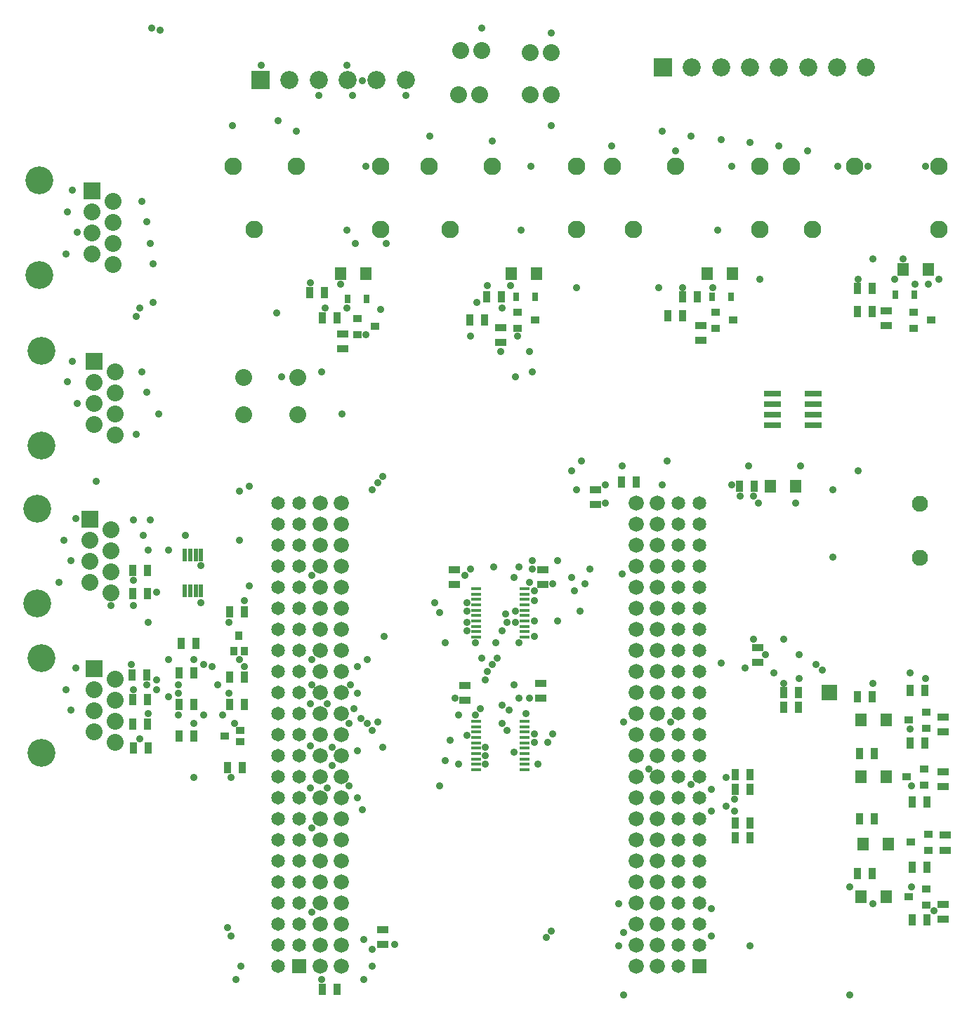
<source format=gts>
G75*
G70*
%OFA0B0*%
%FSLAX24Y24*%
%IPPOS*%
%LPD*%
%AMOC8*
5,1,8,0,0,1.08239X$1,22.5*
%
%ADD10C,0.0720*%
%ADD11R,0.0860X0.0860*%
%ADD12C,0.0860*%
%ADD13C,0.0800*%
%ADD14C,0.0760*%
%ADD15R,0.0800X0.0800*%
%ADD16C,0.1320*%
%ADD17C,0.0828*%
%ADD18R,0.0217X0.0591*%
%ADD19R,0.0375X0.0532*%
%ADD20R,0.0532X0.0375*%
%ADD21R,0.0308X0.0387*%
%ADD22R,0.0414X0.0375*%
%ADD23R,0.0532X0.0611*%
%ADD24R,0.0450X0.0180*%
%ADD25R,0.0769X0.0769*%
%ADD26R,0.0651X0.0651*%
%ADD27C,0.0651*%
%ADD28R,0.0840X0.0280*%
%ADD29R,0.0414X0.0336*%
%ADD30R,0.0336X0.0414*%
%ADD31C,0.0360*%
D10*
X017875Y007625D03*
X017875Y008625D03*
X017875Y009625D03*
X017875Y010625D03*
X017875Y011625D03*
X017875Y012625D03*
X017875Y013625D03*
X017875Y014625D03*
X017875Y015625D03*
X017875Y016625D03*
X017875Y017625D03*
X017875Y018625D03*
X017875Y019625D03*
X017875Y020625D03*
X017875Y021625D03*
X017875Y022625D03*
X017875Y023625D03*
X017875Y024625D03*
X017875Y025625D03*
X017875Y026625D03*
X017875Y027625D03*
X017875Y028625D03*
X017875Y029625D03*
X018875Y029625D03*
X018875Y028625D03*
X018875Y027625D03*
X018875Y026625D03*
X018875Y025625D03*
X018875Y024625D03*
X018875Y023625D03*
X018875Y022625D03*
X018875Y021625D03*
X018875Y020625D03*
X018875Y019625D03*
X018875Y018625D03*
X018875Y017625D03*
X018875Y016625D03*
X018875Y015625D03*
X018875Y014625D03*
X018875Y013625D03*
X018875Y012625D03*
X018875Y011625D03*
X018875Y010625D03*
X018875Y009625D03*
X018875Y008625D03*
X018875Y007625D03*
X032875Y007625D03*
X032875Y008625D03*
X032875Y009625D03*
X032875Y010625D03*
X032875Y011625D03*
X032875Y012625D03*
X032875Y013625D03*
X032875Y014625D03*
X032875Y015625D03*
X032875Y016625D03*
X032875Y017625D03*
X032875Y018625D03*
X032875Y019625D03*
X032875Y020625D03*
X032875Y021625D03*
X032875Y022625D03*
X032875Y023625D03*
X032875Y024625D03*
X032875Y025625D03*
X032875Y026625D03*
X032875Y027625D03*
X032875Y028625D03*
X032875Y029625D03*
X033875Y029625D03*
X033875Y028625D03*
X033875Y027625D03*
X033875Y026625D03*
X033875Y025625D03*
X033875Y024625D03*
X033875Y023625D03*
X033875Y022625D03*
X033875Y021625D03*
X033875Y020625D03*
X033875Y019625D03*
X033875Y018625D03*
X033875Y017625D03*
X033875Y016625D03*
X033875Y015625D03*
X033875Y014625D03*
X033875Y013625D03*
X033875Y012625D03*
X033875Y011625D03*
X033875Y010625D03*
X033875Y009625D03*
X033875Y008625D03*
X033875Y007625D03*
D11*
X015025Y049725D03*
X034125Y050325D03*
D12*
X035503Y050325D03*
X036881Y050325D03*
X038259Y050325D03*
X039637Y050325D03*
X041015Y050325D03*
X042393Y050325D03*
X043771Y050325D03*
X021915Y049725D03*
X020537Y049725D03*
X019159Y049725D03*
X017781Y049725D03*
X016403Y049725D03*
D13*
X024425Y049025D03*
X025425Y049025D03*
X025525Y051125D03*
X024525Y051125D03*
X027825Y051025D03*
X028825Y051025D03*
X028825Y049025D03*
X027825Y049025D03*
X016805Y035615D03*
X016805Y033835D03*
X014245Y033835D03*
X014245Y035615D03*
X008125Y035875D03*
X008125Y034875D03*
X008125Y033875D03*
X008125Y032875D03*
X007125Y033375D03*
X007125Y034375D03*
X007125Y035375D03*
X008025Y040975D03*
X008025Y041975D03*
X008025Y042975D03*
X008025Y043975D03*
X007025Y043475D03*
X007025Y042475D03*
X007025Y041475D03*
X007925Y028375D03*
X007925Y027375D03*
X007925Y026375D03*
X007925Y025375D03*
X006925Y025875D03*
X006925Y026875D03*
X006925Y027875D03*
X008125Y021275D03*
X008125Y020275D03*
X008125Y019275D03*
X008125Y018275D03*
X007125Y018775D03*
X007125Y019775D03*
X007125Y020775D03*
D14*
X046325Y027045D03*
X046325Y029605D03*
D15*
X006925Y028875D03*
X007125Y021775D03*
X007125Y036375D03*
X007025Y044475D03*
D16*
X004525Y044975D03*
X004525Y040475D03*
X004625Y036875D03*
X004625Y032375D03*
X004425Y029375D03*
X004425Y024875D03*
X004625Y022275D03*
X004625Y017775D03*
D17*
X014725Y042625D03*
X013725Y045625D03*
X016725Y045625D03*
X020725Y045625D03*
X023025Y045625D03*
X026025Y045625D03*
X024025Y042625D03*
X020725Y042625D03*
X030025Y042625D03*
X032725Y042625D03*
X031725Y045625D03*
X030025Y045625D03*
X034725Y045625D03*
X038725Y045625D03*
X040225Y045625D03*
X043225Y045625D03*
X041225Y042625D03*
X038725Y042625D03*
X047225Y042625D03*
X047225Y045625D03*
D18*
X012209Y027181D03*
X011953Y027181D03*
X011697Y027181D03*
X011441Y027181D03*
X011441Y025469D03*
X011697Y025469D03*
X011953Y025469D03*
X012209Y025469D03*
D19*
X013551Y024475D03*
X014259Y024475D03*
X011959Y022975D03*
X011251Y022975D03*
X011151Y021575D03*
X011859Y021575D03*
X011859Y020075D03*
X011151Y020075D03*
X009679Y020305D03*
X008971Y020305D03*
X008961Y019145D03*
X009669Y019145D03*
X009689Y018005D03*
X008981Y018005D03*
X011151Y018575D03*
X011859Y018575D03*
X013451Y017075D03*
X014159Y017075D03*
X014259Y020075D03*
X013551Y020075D03*
X013551Y021375D03*
X014259Y021375D03*
X009639Y021485D03*
X008931Y021485D03*
X008971Y025325D03*
X009679Y025325D03*
X009679Y026425D03*
X008971Y026425D03*
X017971Y038425D03*
X018679Y038425D03*
X018079Y039625D03*
X017371Y039625D03*
X024971Y038325D03*
X025679Y038325D03*
X025771Y039425D03*
X026479Y039425D03*
X034371Y038525D03*
X035079Y038525D03*
X035071Y039425D03*
X035779Y039425D03*
X043371Y039825D03*
X044079Y039825D03*
X044079Y038725D03*
X043371Y038725D03*
X038479Y030425D03*
X037771Y030425D03*
X032879Y030625D03*
X032171Y030625D03*
X039871Y020625D03*
X040579Y020625D03*
X040579Y019925D03*
X039871Y019925D03*
X043371Y020425D03*
X044079Y020425D03*
X045871Y020725D03*
X046579Y020725D03*
X046579Y018225D03*
X045871Y018225D03*
X044179Y017725D03*
X043471Y017725D03*
X045971Y015425D03*
X046679Y015425D03*
X044179Y014625D03*
X043471Y014625D03*
X045971Y012325D03*
X046679Y012325D03*
X046679Y009825D03*
X045971Y009825D03*
X044079Y012025D03*
X043371Y012025D03*
X038279Y013725D03*
X038279Y014425D03*
X037571Y014425D03*
X037571Y013725D03*
X037571Y016025D03*
X037571Y016725D03*
X038279Y016725D03*
X038279Y016025D03*
X018679Y006525D03*
X017971Y006525D03*
D20*
X020825Y008671D03*
X020825Y009379D03*
X024725Y020271D03*
X024725Y020979D03*
X028325Y021079D03*
X028325Y020371D03*
X028425Y025771D03*
X028425Y026479D03*
X030925Y029571D03*
X030925Y030279D03*
X024225Y026479D03*
X024225Y025771D03*
X026425Y037271D03*
X026425Y037979D03*
X018925Y037679D03*
X018925Y036971D03*
X035925Y037371D03*
X035925Y038079D03*
X044725Y038071D03*
X044725Y038779D03*
X038625Y022779D03*
X038625Y022071D03*
X047425Y019479D03*
X047425Y018771D03*
X047425Y016879D03*
X047425Y016171D03*
X047525Y013859D03*
X047525Y013151D03*
X047425Y010579D03*
X047425Y009871D03*
D21*
X046078Y039525D03*
X045172Y039525D03*
X037378Y039425D03*
X036472Y039425D03*
X028078Y039425D03*
X027172Y039425D03*
X020078Y039325D03*
X019172Y039325D03*
D22*
X019631Y038399D03*
X019631Y037651D03*
X020458Y038025D03*
X027231Y037951D03*
X027231Y038699D03*
X028058Y038325D03*
X036631Y037951D03*
X036631Y038699D03*
X037458Y038325D03*
X046031Y037951D03*
X046031Y038699D03*
X046858Y038325D03*
X046619Y019699D03*
X046619Y018951D03*
X045792Y019325D03*
X046519Y016999D03*
X045692Y016625D03*
X046519Y016251D03*
X046719Y013899D03*
X046719Y013151D03*
X045892Y013525D03*
X046619Y011299D03*
X046619Y010551D03*
X045792Y010925D03*
D23*
X044716Y010925D03*
X043534Y010925D03*
X043634Y013425D03*
X044816Y013425D03*
X044716Y016625D03*
X043534Y016625D03*
X043534Y019325D03*
X044716Y019325D03*
X040416Y030425D03*
X039234Y030425D03*
X037416Y040525D03*
X036234Y040525D03*
X028116Y040525D03*
X026934Y040525D03*
X020016Y040525D03*
X018834Y040525D03*
X045534Y040725D03*
X046716Y040725D03*
D24*
X027574Y025577D03*
X027574Y025321D03*
X027574Y025065D03*
X027574Y024809D03*
X027574Y024553D03*
X027574Y024297D03*
X027574Y024041D03*
X027574Y023785D03*
X027574Y023529D03*
X027574Y023273D03*
X025276Y023273D03*
X025276Y023529D03*
X025276Y023785D03*
X025276Y024041D03*
X025276Y024297D03*
X025276Y024553D03*
X025276Y024809D03*
X025276Y025065D03*
X025276Y025321D03*
X025276Y025577D03*
X025276Y019277D03*
X025276Y019021D03*
X025276Y018765D03*
X025276Y018509D03*
X025276Y018253D03*
X025276Y017997D03*
X025276Y017741D03*
X025276Y017485D03*
X025276Y017229D03*
X025276Y016973D03*
X027574Y016973D03*
X027574Y017229D03*
X027574Y017485D03*
X027574Y017741D03*
X027574Y017997D03*
X027574Y018253D03*
X027574Y018509D03*
X027574Y018765D03*
X027574Y019021D03*
X027574Y019277D03*
D25*
X042025Y020625D03*
D26*
X035875Y007625D03*
X016875Y007625D03*
D27*
X016875Y008625D03*
X016875Y009625D03*
X016875Y010625D03*
X016875Y011625D03*
X016875Y012625D03*
X016875Y013625D03*
X016875Y014625D03*
X016875Y015625D03*
X016875Y016625D03*
X016875Y017625D03*
X016875Y018625D03*
X016875Y019625D03*
X016875Y020625D03*
X016875Y021625D03*
X016875Y022625D03*
X016875Y023625D03*
X016875Y024625D03*
X016875Y025625D03*
X016875Y026625D03*
X016875Y027625D03*
X016875Y028625D03*
X016875Y029625D03*
X015875Y029625D03*
X015875Y028625D03*
X015875Y027625D03*
X015875Y026625D03*
X015875Y025625D03*
X015875Y024625D03*
X015875Y023625D03*
X015875Y022625D03*
X015875Y021625D03*
X015875Y020625D03*
X015875Y019625D03*
X015875Y018625D03*
X015875Y017625D03*
X015875Y016625D03*
X015875Y015625D03*
X015875Y014625D03*
X015875Y013625D03*
X015875Y012625D03*
X015875Y011625D03*
X015875Y010625D03*
X015875Y009625D03*
X015875Y008625D03*
X015875Y007625D03*
X034875Y007625D03*
X034875Y008625D03*
X034875Y009625D03*
X034875Y010625D03*
X034875Y011625D03*
X034875Y012625D03*
X034875Y013625D03*
X034875Y014625D03*
X034875Y015625D03*
X034875Y016625D03*
X034875Y017625D03*
X034875Y018625D03*
X034875Y019625D03*
X034875Y020625D03*
X034875Y021625D03*
X034875Y022625D03*
X034875Y023625D03*
X034875Y024625D03*
X034875Y025625D03*
X034875Y026625D03*
X034875Y027625D03*
X034875Y028625D03*
X034875Y029625D03*
X035875Y029625D03*
X035875Y028625D03*
X035875Y027625D03*
X035875Y026625D03*
X035875Y025625D03*
X035875Y024625D03*
X035875Y023625D03*
X035875Y022625D03*
X035875Y021625D03*
X035875Y020625D03*
X035875Y019625D03*
X035875Y018625D03*
X035875Y017625D03*
X035875Y016625D03*
X035875Y015625D03*
X035875Y014625D03*
X035875Y013625D03*
X035875Y012625D03*
X035875Y011625D03*
X035875Y010625D03*
X035875Y009625D03*
X035875Y008625D03*
D28*
X039335Y033325D03*
X039335Y033825D03*
X039335Y034325D03*
X039335Y034825D03*
X041275Y034825D03*
X041275Y034325D03*
X041275Y033825D03*
X041275Y033325D03*
D29*
X014079Y018831D03*
X014079Y018319D03*
X013331Y018575D03*
D30*
X013749Y022601D03*
X014261Y022601D03*
X014005Y023349D03*
D31*
X013865Y006995D03*
X014105Y007635D03*
X013625Y009075D03*
X013465Y009475D03*
X017465Y010195D03*
X019945Y008915D03*
X020345Y008435D03*
X020345Y007635D03*
X019945Y006995D03*
X021385Y008675D03*
X017945Y006995D03*
X017465Y014195D03*
X017385Y016115D03*
X018185Y016115D03*
X019225Y016195D03*
X019625Y015635D03*
X019865Y015075D03*
X018425Y017155D03*
X018425Y018035D03*
X017385Y018115D03*
X017385Y020115D03*
X017465Y020995D03*
X018185Y020115D03*
X019465Y019875D03*
X019785Y019395D03*
X020105Y019155D03*
X020345Y018835D03*
X020585Y019235D03*
X020825Y018035D03*
X019625Y017875D03*
X019225Y019155D03*
X019625Y020595D03*
X019305Y020995D03*
X019625Y021875D03*
X020105Y022195D03*
X020905Y023315D03*
X023545Y024435D03*
X023305Y024915D03*
X024825Y024915D03*
X024825Y024515D03*
X024825Y023955D03*
X024825Y023555D03*
X025225Y022995D03*
X025545Y022275D03*
X026025Y021955D03*
X026265Y022275D03*
X026185Y022995D03*
X026505Y023555D03*
X026745Y023955D03*
X027145Y023955D03*
X027145Y024515D03*
X026665Y024355D03*
X028025Y024035D03*
X028025Y023315D03*
X027305Y022995D03*
X025785Y021635D03*
X025705Y021235D03*
X025465Y019875D03*
X025225Y019555D03*
X024425Y019555D03*
X024265Y020355D03*
X024825Y018595D03*
X024025Y018355D03*
X023785Y017395D03*
X024425Y017235D03*
X025705Y017235D03*
X025705Y017635D03*
X025705Y018035D03*
X026745Y018835D03*
X026505Y019155D03*
X026825Y019795D03*
X026505Y020035D03*
X027305Y020355D03*
X027785Y020355D03*
X027625Y019635D03*
X028025Y018675D03*
X028025Y018275D03*
X028665Y018275D03*
X028905Y018675D03*
X028185Y017235D03*
X027065Y017795D03*
X027065Y020995D03*
X029145Y024035D03*
X030185Y024515D03*
X029945Y025475D03*
X030425Y025795D03*
X029785Y026115D03*
X028905Y025795D03*
X028025Y025475D03*
X027785Y025875D03*
X027945Y026515D03*
X027945Y026915D03*
X027305Y026595D03*
X027065Y026115D03*
X026105Y026595D03*
X024985Y026515D03*
X024745Y026195D03*
X023785Y022995D03*
X028025Y024995D03*
X029145Y026915D03*
X030665Y026515D03*
X032185Y026275D03*
X031385Y029635D03*
X031385Y030515D03*
X032185Y031395D03*
X034105Y030515D03*
X034345Y031635D03*
X037385Y030515D03*
X037785Y029955D03*
X038425Y029955D03*
X038665Y029635D03*
X038185Y031395D03*
X040665Y031395D03*
X040425Y029635D03*
X042185Y030275D03*
X043385Y031155D03*
X042185Y027075D03*
X039865Y023155D03*
X040585Y022435D03*
X041385Y021955D03*
X041705Y021715D03*
X040585Y021315D03*
X039865Y021075D03*
X039385Y021555D03*
X038985Y022435D03*
X038425Y023155D03*
X038025Y021795D03*
X036905Y022035D03*
X034505Y019235D03*
X032265Y019235D03*
X033465Y016995D03*
X035465Y016275D03*
X036425Y016035D03*
X037145Y016595D03*
X037545Y015555D03*
X037145Y015235D03*
X037545Y014995D03*
X036425Y014995D03*
X036425Y010355D03*
X036425Y009075D03*
X038265Y008595D03*
X042985Y006275D03*
X046985Y010275D03*
X045945Y011395D03*
X044105Y010595D03*
X042985Y011395D03*
X045945Y016195D03*
X045865Y018915D03*
X044105Y021075D03*
X045865Y021555D03*
X046585Y021315D03*
X032265Y009235D03*
X032025Y008595D03*
X032025Y010595D03*
X028825Y009315D03*
X028585Y008995D03*
X032265Y006275D03*
X023545Y016195D03*
X017465Y022195D03*
X014265Y021875D03*
X014025Y022195D03*
X012745Y021875D03*
X012345Y021955D03*
X011865Y022195D03*
X010665Y022195D03*
X010105Y021235D03*
X010105Y020755D03*
X009625Y020995D03*
X008985Y020755D03*
X008905Y021955D03*
X010665Y020435D03*
X011145Y020595D03*
X011145Y020995D03*
X011145Y019555D03*
X011865Y019155D03*
X012345Y019555D03*
X013225Y019555D03*
X013785Y019155D03*
X013545Y020595D03*
X012985Y020995D03*
X013545Y023955D03*
X014265Y024995D03*
X014505Y025715D03*
X014025Y027875D03*
X012185Y026675D03*
X011465Y028115D03*
X010665Y027395D03*
X009705Y027395D03*
X009465Y028115D03*
X009785Y028835D03*
X008985Y028835D03*
X007225Y030675D03*
X006265Y028915D03*
X005705Y027875D03*
X006025Y026915D03*
X005465Y025875D03*
X007945Y024755D03*
X008985Y024755D03*
X009705Y023955D03*
X010105Y025395D03*
X008985Y025955D03*
X012185Y024915D03*
X017465Y026195D03*
X020345Y030275D03*
X020585Y030595D03*
X020825Y030915D03*
X018905Y033875D03*
X017945Y035875D03*
X016025Y035635D03*
X015785Y038675D03*
X017385Y040115D03*
X018105Y038915D03*
X019145Y038915D03*
X018825Y040035D03*
X019545Y041955D03*
X019145Y042595D03*
X020985Y041955D03*
X020745Y038835D03*
X020025Y037635D03*
X024985Y037555D03*
X026425Y036835D03*
X027225Y037555D03*
X027785Y036835D03*
X027945Y035875D03*
X027145Y035635D03*
X026505Y038915D03*
X026905Y039955D03*
X025785Y039955D03*
X025305Y039155D03*
X027385Y042595D03*
X027865Y045635D03*
X026025Y046835D03*
X028825Y047555D03*
X031705Y046595D03*
X034105Y047315D03*
X034745Y046355D03*
X035465Y047075D03*
X036905Y046915D03*
X037385Y045635D03*
X038265Y046755D03*
X039625Y046595D03*
X040985Y046355D03*
X042425Y045635D03*
X043865Y045635D03*
X046585Y045635D03*
X045545Y041235D03*
X045145Y040275D03*
X046105Y040035D03*
X046745Y040035D03*
X047225Y040275D03*
X044105Y041235D03*
X043385Y040275D03*
X038745Y040275D03*
X036505Y039875D03*
X035065Y039875D03*
X033945Y039875D03*
X036745Y042595D03*
X030025Y039875D03*
X023065Y047075D03*
X021945Y048995D03*
X019865Y049715D03*
X019385Y048995D03*
X019145Y050435D03*
X017785Y048995D03*
X016745Y047315D03*
X015865Y047795D03*
X013705Y047555D03*
X015065Y050435D03*
X020025Y045635D03*
X025545Y052195D03*
X028825Y051955D03*
X010265Y052115D03*
X009865Y052195D03*
X006105Y044515D03*
X005865Y043475D03*
X006345Y042515D03*
X005785Y041475D03*
X009305Y038915D03*
X009145Y038515D03*
X009945Y039155D03*
X009945Y040995D03*
X009785Y041955D03*
X009625Y042995D03*
X009385Y043955D03*
X009385Y035875D03*
X009625Y034915D03*
X010185Y033875D03*
X009145Y032915D03*
X006345Y034355D03*
X005865Y035395D03*
X006105Y036355D03*
X014025Y030195D03*
X014505Y030435D03*
X006265Y021795D03*
X005785Y020755D03*
X006025Y019795D03*
X009305Y018435D03*
X009705Y019635D03*
X011865Y016595D03*
X013625Y016595D03*
X029785Y031155D03*
X030265Y031635D03*
X030025Y030275D03*
M02*

</source>
